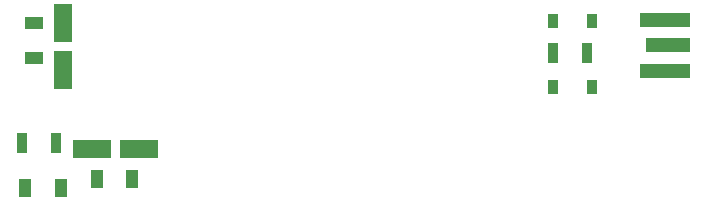
<source format=gbr>
G04 #@! TF.FileFunction,Paste,Top*
%FSLAX46Y46*%
G04 Gerber Fmt 4.6, Leading zero omitted, Abs format (unit mm)*
G04 Created by KiCad (PCBNEW 4.0.5) date 03/21/17 11:14:39*
%MOMM*%
%LPD*%
G01*
G04 APERTURE LIST*
%ADD10C,0.100000*%
%ADD11R,1.500000X3.200000*%
%ADD12R,1.600000X1.000000*%
%ADD13R,1.000000X1.600000*%
%ADD14R,3.200000X1.500000*%
%ADD15R,0.900000X1.200000*%
%ADD16R,0.900000X1.700000*%
%ADD17R,4.191000X1.270000*%
%ADD18R,3.683000X1.270000*%
G04 APERTURE END LIST*
D10*
D11*
X125793500Y-43212000D03*
X125793500Y-47212000D03*
D12*
X123317000Y-43204000D03*
X123317000Y-46204000D03*
D13*
X122579000Y-57150000D03*
X125579000Y-57150000D03*
X128611500Y-56451500D03*
X131611500Y-56451500D03*
D14*
X128238500Y-53848000D03*
X132238500Y-53848000D03*
D15*
X167260000Y-43053000D03*
X170560000Y-43053000D03*
X167260000Y-48641000D03*
X170560000Y-48641000D03*
D16*
X167269500Y-45783500D03*
X170169500Y-45783500D03*
X122311500Y-53340000D03*
X125211500Y-53340000D03*
D17*
X176720500Y-47231300D03*
X176720500Y-42938700D03*
D18*
X176974500Y-45085000D03*
D17*
X176720500Y-47231300D03*
X176720500Y-42938700D03*
M02*

</source>
